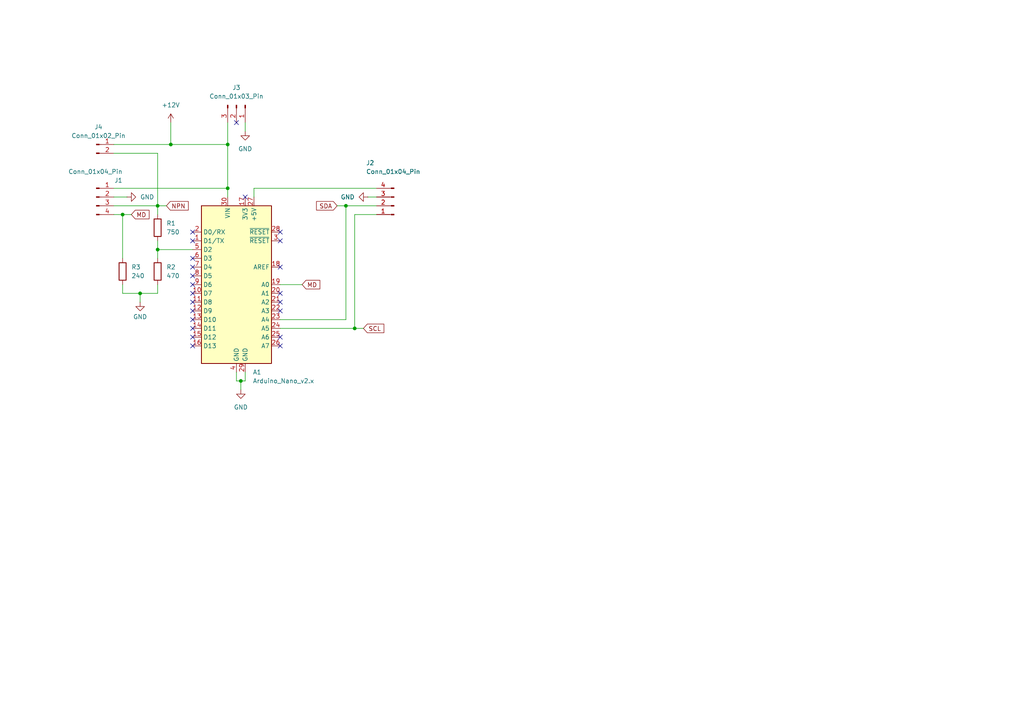
<source format=kicad_sch>
(kicad_sch (version 20231120) (generator "eeschema") (generator_version "8.0")
  (paper "A4")
  (lib_symbols
    (symbol "Connector:Conn_01x02_Pin" (pin_names (offset 1.016) hide)
      (property "Reference" "J" (at 0 2.54 0))
      (property "Value" "Conn_01x02_Pin" (at 0 -5.08 0))
      (symbol "Conn_01x02_Pin_1_1"
        (polyline (pts (xy 1.27 -2.54) (xy 0.8636 -2.54)) (stroke (width 0.1524)))
        (polyline (pts (xy 1.27 0) (xy 0.8636 0)) (stroke (width 0.1524)))
        (rectangle (start 0.8636 -2.413) (end 0 -2.667) (stroke (width 0.1524)) (fill (type outline)))
        (rectangle (start 0.8636 0.127) (end 0 -0.127) (stroke (width 0.1524)) (fill (type outline)))
        (pin passive line (at 5.08 0 180) (length 3.81) (name "Pin_1") (number "1"))
        (pin passive line (at 5.08 -2.54 180) (length 3.81) (name "Pin_2") (number "2"))
      )
    )
    (symbol "Connector:Conn_01x03_Pin" (pin_names (offset 1.016) hide)
      (property "Reference" "J" (at 0 5.08 0))
      (property "Value" "Conn_01x03_Pin" (at 0 -5.08 0))
      (symbol "Conn_01x03_Pin_1_1"
        (polyline (pts (xy 1.27 -2.54) (xy 0.8636 -2.54)) (stroke (width 0.1524)))
        (polyline (pts (xy 1.27 0) (xy 0.8636 0)) (stroke (width 0.1524)))
        (polyline (pts (xy 1.27 2.54) (xy 0.8636 2.54)) (stroke (width 0.1524)))
        (rectangle (start 0.8636 -2.413) (end 0 -2.667) (stroke (width 0.1524)) (fill (type outline)))
        (rectangle (start 0.8636 0.127) (end 0 -0.127) (stroke (width 0.1524)) (fill (type outline)))
        (rectangle (start 0.8636 2.667) (end 0 2.413) (stroke (width 0.1524)) (fill (type outline)))
        (pin passive line (at 5.08 2.54 180) (length 3.81) (name "Pin_1") (number "1"))
        (pin passive line (at 5.08 0 180) (length 3.81) (name "Pin_2") (number "2"))
        (pin passive line (at 5.08 -2.54 180) (length 3.81) (name "Pin_3") (number "3"))
      )
    )
    (symbol "Connector:Conn_01x04_Pin" (pin_names (offset 1.016) hide)
      (property "Reference" "J" (at 0 5.08 0))
      (property "Value" "Conn_01x04_Pin" (at 0 -7.62 0))
      (symbol "Conn_01x04_Pin_1_1"
        (polyline (pts (xy 1.27 -5.08) (xy 0.8636 -5.08)) (stroke (width 0.1524)))
        (polyline (pts (xy 1.27 -2.54) (xy 0.8636 -2.54)) (stroke (width 0.1524)))
        (polyline (pts (xy 1.27 0) (xy 0.8636 0)) (stroke (width 0.1524)))
        (polyline (pts (xy 1.27 2.54) (xy 0.8636 2.54)) (stroke (width 0.1524)))
        (rectangle (start 0.8636 -4.953) (end 0 -5.207) (stroke (width 0.1524)) (fill (type outline)))
        (rectangle (start 0.8636 -2.413) (end 0 -2.667) (stroke (width 0.1524)) (fill (type outline)))
        (rectangle (start 0.8636 0.127) (end 0 -0.127) (stroke (width 0.1524)) (fill (type outline)))
        (rectangle (start 0.8636 2.667) (end 0 2.413) (stroke (width 0.1524)) (fill (type outline)))
        (pin passive line (at 5.08 2.54 180) (length 3.81) (name "Pin_1") (number "1"))
        (pin passive line (at 5.08 0 180) (length 3.81) (name "Pin_2") (number "2"))
        (pin passive line (at 5.08 -2.54 180) (length 3.81) (name "Pin_3") (number "3"))
        (pin passive line (at 5.08 -5.08 180) (length 3.81) (name "Pin_4") (number "4"))
      )
    )
    (symbol "Device:R" (pin_numbers hide) (pin_names (offset 0))
      (property "Reference" "R" (at 2.032 0 90))
      (property "Value" "R" (at 0 0 90))
      (symbol "R_0_1"
        (rectangle (start -1.016 -2.54) (end 1.016 2.54) (stroke (width 0.254)))
      )
      (symbol "R_1_1"
        (pin passive line (at 0 3.81 270) (length 1.27) (name "~") (number "1"))
        (pin passive line (at 0 -3.81 90) (length 1.27) (name "~") (number "2"))
      )
    )
    (symbol "MCU_Module:Arduino_Nano_v2.x"
      (property "Reference" "A" (at -10.16 23.495 0))
      (property "Value" "Arduino_Nano_v2.x" (at 5.08 -24.13 0))
      (symbol "Arduino_Nano_v2.x_0_1"
        (rectangle (start -10.16 22.86) (end 10.16 -22.86) (stroke (width 0.254)) (fill (type background)))
      )
      (symbol "Arduino_Nano_v2.x_1_1"
        (pin bidirectional line (at -12.7 12.7 0) (length 2.54) (name "D1/TX") (number "1"))
        (pin bidirectional line (at -12.7 -2.54 0) (length 2.54) (name "D7") (number "10"))
        (pin bidirectional line (at -12.7 -5.08 0) (length 2.54) (name "D8") (number "11"))
        (pin bidirectional line (at -12.7 -7.62 0) (length 2.54) (name "D9") (number "12"))
        (pin bidirectional line (at -12.7 -10.16 0) (length 2.54) (name "D10") (number "13"))
        (pin bidirectional line (at -12.7 -12.7 0) (length 2.54) (name "D11") (number "14"))
        (pin bidirectional line (at -12.7 -15.24 0) (length 2.54) (name "D12") (number "15"))
        (pin bidirectional line (at -12.7 -17.78 0) (length 2.54) (name "D13") (number "16"))
        (pin power_out line (at 2.54 25.4 270) (length 2.54) (name "3V3") (number "17"))
        (pin input line (at 12.7 5.08 180) (length 2.54) (name "AREF") (number "18"))
        (pin bidirectional line (at 12.7 0 180) (length 2.54) (name "A0") (number "19"))
        (pin bidirectional line (at -12.7 15.24 0) (length 2.54) (name "D0/RX") (number "2"))
        (pin bidirectional line (at 12.7 -2.54 180) (length 2.54) (name "A1") (number "20"))
        (pin bidirectional line (at 12.7 -5.08 180) (length 2.54) (name "A2") (number "21"))
        (pin bidirectional line (at 12.7 -7.62 180) (length 2.54) (name "A3") (number "22"))
        (pin bidirectional line (at 12.7 -10.16 180) (length 2.54) (name "A4") (number "23"))
        (pin bidirectional line (at 12.7 -12.7 180) (length 2.54) (name "A5") (number "24"))
        (pin bidirectional line (at 12.7 -15.24 180) (length 2.54) (name "A6") (number "25"))
        (pin bidirectional line (at 12.7 -17.78 180) (length 2.54) (name "A7") (number "26"))
        (pin power_out line (at 5.08 25.4 270) (length 2.54) (name "+5V") (number "27"))
        (pin input line (at 12.7 15.24 180) (length 2.54) (name "~{RESET}") (number "28"))
        (pin power_in line (at 2.54 -25.4 90) (length 2.54) (name "GND") (number "29"))
        (pin input line (at 12.7 12.7 180) (length 2.54) (name "~{RESET}") (number "3"))
        (pin power_in line (at -2.54 25.4 270) (length 2.54) (name "VIN") (number "30"))
        (pin power_in line (at 0 -25.4 90) (length 2.54) (name "GND") (number "4"))
        (pin bidirectional line (at -12.7 10.16 0) (length 2.54) (name "D2") (number "5"))
        (pin bidirectional line (at -12.7 7.62 0) (length 2.54) (name "D3") (number "6"))
        (pin bidirectional line (at -12.7 5.08 0) (length 2.54) (name "D4") (number "7"))
        (pin bidirectional line (at -12.7 2.54 0) (length 2.54) (name "D5") (number "8"))
        (pin bidirectional line (at -12.7 0 0) (length 2.54) (name "D6") (number "9"))
      )
    )
    (symbol "power:+12V" (power) (pin_numbers hide) (pin_names (offset 0) hide)
      (property "Value" "+12V" (at 0 3.556 0))
      (symbol "+12V_0_1"
        (polyline (pts (xy -0.762 1.27) (xy 0 2.54)))
        (polyline (pts (xy 0 0) (xy 0 2.54)))
        (polyline (pts (xy 0 2.54) (xy 0.762 1.27)))
      )
      (symbol "+12V_1_1"
        (pin power_in line (at 0 0 90) (length 0) (name "~") (number "1"))
      )
    )
    (symbol "power:GND" (power) (pin_numbers hide) (pin_names (offset 0) hide)
      (property "Value" "GND" (at 0 -3.81 0))
      (symbol "GND_0_1"
        (polyline (pts (xy 0 0) (xy 0 -1.27) (xy 1.27 -1.27) (xy 0 -2.54) (xy -1.27 -1.27) (xy 0 -1.27)))
      )
      (symbol "GND_1_1"
        (pin power_in line (at 0 0 270) (length 0) (name "~") (number "1"))
      )
    )
  )
  (junction (at 49.53 41.91))
  (junction (at 102.87 95.25))
  (junction (at 45.72 72.39))
  (junction (at 69.85 110.49))
  (junction (at 100.33 59.69))
  (junction (at 66.04 41.91))
  (junction (at 35.56 62.23))
  (junction (at 45.72 59.69))
  (junction (at 66.04 54.61))
  (junction (at 40.64 85.09))
  (no_connect (at 55.88 80.01))
  (no_connect (at 68.58 35.56))
  (no_connect (at 81.28 90.17))
  (no_connect (at 55.88 77.47))
  (no_connect (at 55.88 87.63))
  (no_connect (at 81.28 100.33))
  (no_connect (at 55.88 95.25))
  (no_connect (at 55.88 90.17))
  (no_connect (at 55.88 74.93))
  (no_connect (at 55.88 85.09))
  (no_connect (at 81.28 77.47))
  (no_connect (at 81.28 87.63))
  (no_connect (at 55.88 92.71))
  (no_connect (at 71.12 57.15))
  (no_connect (at 55.88 97.79))
  (no_connect (at 55.88 100.33))
  (no_connect (at 55.88 82.55))
  (no_connect (at 81.28 67.31))
  (no_connect (at 55.88 69.85))
  (no_connect (at 55.88 67.31))
  (no_connect (at 81.28 85.09))
  (no_connect (at 81.28 97.79))
  (no_connect (at 81.28 69.85))
  (wire (pts (xy 33.02 62.23) (xy 35.56 62.23)))
  (wire (pts (xy 40.64 85.09) (xy 40.64 87.63)))
  (wire (pts (xy 102.87 95.25) (xy 105.41 95.25)))
  (wire (pts (xy 45.72 69.85) (xy 45.72 72.39)))
  (wire (pts (xy 40.64 85.09) (xy 35.56 85.09)))
  (wire (pts (xy 45.72 62.23) (xy 45.72 59.69)))
  (wire (pts (xy 68.58 107.95) (xy 68.58 110.49)))
  (wire (pts (xy 33.02 57.15) (xy 36.83 57.15)))
  (wire (pts (xy 45.72 44.45) (xy 45.72 59.69)))
  (wire (pts (xy 35.56 85.09) (xy 35.56 82.55)))
  (wire (pts (xy 45.72 72.39) (xy 45.72 74.93)))
  (wire (pts (xy 66.04 41.91) (xy 66.04 54.61)))
  (wire (pts (xy 81.28 82.55) (xy 87.63 82.55)))
  (wire (pts (xy 68.58 110.49) (xy 69.85 110.49)))
  (wire (pts (xy 35.56 62.23) (xy 38.1 62.23)))
  (wire (pts (xy 45.72 59.69) (xy 48.26 59.69)))
  (wire (pts (xy 66.04 35.56) (xy 66.04 41.91)))
  (wire (pts (xy 49.53 41.91) (xy 66.04 41.91)))
  (wire (pts (xy 100.33 59.69) (xy 109.22 59.69)))
  (wire (pts (xy 49.53 35.56) (xy 49.53 41.91)))
  (wire (pts (xy 73.66 54.61) (xy 109.22 54.61)))
  (wire (pts (xy 35.56 62.23) (xy 35.56 74.93)))
  (wire (pts (xy 45.72 59.69) (xy 33.02 59.69)))
  (wire (pts (xy 71.12 107.95) (xy 71.12 110.49)))
  (wire (pts (xy 106.68 57.15) (xy 109.22 57.15)))
  (wire (pts (xy 45.72 85.09) (xy 40.64 85.09)))
  (wire (pts (xy 33.02 41.91) (xy 49.53 41.91)))
  (wire (pts (xy 102.87 62.23) (xy 102.87 95.25)))
  (wire (pts (xy 100.33 59.69) (xy 100.33 92.71)))
  (wire (pts (xy 81.28 95.25) (xy 102.87 95.25)))
  (wire (pts (xy 73.66 57.15) (xy 73.66 54.61)))
  (wire (pts (xy 69.85 110.49) (xy 71.12 110.49)))
  (wire (pts (xy 33.02 54.61) (xy 66.04 54.61)))
  (wire (pts (xy 45.72 82.55) (xy 45.72 85.09)))
  (wire (pts (xy 66.04 54.61) (xy 66.04 57.15)))
  (wire (pts (xy 71.12 35.56) (xy 71.12 38.1)))
  (wire (pts (xy 109.22 62.23) (xy 102.87 62.23)))
  (wire (pts (xy 97.79 59.69) (xy 100.33 59.69)))
  (wire (pts (xy 81.28 92.71) (xy 100.33 92.71)))
  (wire (pts (xy 45.72 72.39) (xy 55.88 72.39)))
  (wire (pts (xy 33.02 44.45) (xy 45.72 44.45)))
  (wire (pts (xy 69.85 110.49) (xy 69.85 113.03)))
  (global_label "SDA" (shape input) (at 97.79 59.69 180) (property "Intersheetrefs" "${INTERSHEET_REFS}" (effects (hide yes))))
  (global_label "MD" (shape input) (at 38.1 62.23 0) (property "Intersheetrefs" "${INTERSHEET_REFS}" (effects (hide yes))))
  (global_label "MD" (shape input) (at 87.63 82.55 0) (property "Intersheetrefs" "${INTERSHEET_REFS}" (effects (hide yes))))
  (global_label "SCL" (shape input) (at 105.41 95.25 0) (property "Intersheetrefs" "${INTERSHEET_REFS}" (effects (hide yes))))
  (global_label "NPN" (shape input) (at 48.26 59.69 0) (property "Intersheetrefs" "${INTERSHEET_REFS}" (effects (hide yes))))
  (symbol (lib_id "Connector:Conn_01x02_Pin") (at 27.94 41.91 0) (unit 1)
    (property "Reference" "J4" (at 28.575 36.83 0))
    (property "Value" "Conn_01x02_Pin" (at 28.575 39.37 0))
    (property "Description" "Generic connector, single row, 01x02, script generated" (effects (hide yes)))
  )
  (symbol (lib_id "Device:R") (at 45.72 78.74 180) (unit 1)
    (property "Reference" "R2" (at 48.26 77.4699 0) (effects (justify right)))
    (property "Value" "470" (at 48.26 80.0099 0) (effects (justify right)))
    (property "Description" "Resistor" (effects (hide yes)))
  )
  (symbol (lib_id "Device:R") (at 35.56 78.74 0) (unit 1)
    (property "Reference" "R3" (at 38.1 77.4699 0) (effects (justify left)))
    (property "Value" "240" (at 38.1 80.0099 0) (effects (justify left)))
    (property "Description" "Resistor" (effects (hide yes)))
  )
  (symbol (lib_id "power:GND") (at 106.68 57.15 270) (unit 1)
    (property "Reference" "#PWR05" (effects (hide yes)))
    (property "Value" "GND" (at 102.87 57.1499 90) (effects (justify right)))
    (property "Description" "Power symbol creates a global label with name \"GND\" , ground" (effects (hide yes)))
  )
  (symbol (lib_id "power:GND") (at 36.83 57.15 90) (unit 1)
    (property "Reference" "#PWR03" (effects (hide yes)))
    (property "Value" "GND" (at 40.64 57.1499 90) (effects (justify right)))
    (property "Description" "Power symbol creates a global label with name \"GND\" , ground" (effects (hide yes)))
  )
  (symbol (lib_id "MCU_Module:Arduino_Nano_v2.x") (at 68.58 82.55 0) (unit 1)
    (property "Reference" "A1" (at 73.3141 107.95 0) (effects (justify left)))
    (property "Value" "Arduino_Nano_v2.x" (at 73.3141 110.49 0) (effects (justify left)))
    (property "Footprint" "Module:Arduino_Nano" (effects (hide yes)))
    (property "Datasheet" "https://www.arduino.cc/en/uploads/Main/ArduinoNanoManual23.pdf" (effects (hide yes)))
    (property "Description" "Arduino Nano v2.x" (effects (hide yes)))
  )
  (symbol (lib_id "power:GND") (at 69.85 113.03 0) (unit 1)
    (property "Reference" "#PWR02" (effects (hide yes)))
    (property "Value" "GND" (at 69.85 118.11 0))
    (property "Description" "Power symbol creates a global label with name \"GND\" , ground" (effects (hide yes)))
  )
  (symbol (lib_id "power:+12V") (at 49.53 35.56 0) (unit 1)
    (property "Reference" "#PWR01" (effects (hide yes)))
    (property "Value" "+12V" (at 49.53 30.48 0))
    (property "Description" "Power symbol creates a global label with name \"+12V\"" (effects (hide yes)))
  )
  (symbol (lib_id "Connector:Conn_01x03_Pin") (at 68.58 30.48 270) (unit 1)
    (property "Reference" "J3" (at 68.58 25.4 90))
    (property "Value" "Conn_01x03_Pin" (at 68.58 27.94 90))
    (property "Description" "Generic connector, single row, 01x03, script generated" (effects (hide yes)))
  )
  (symbol (lib_id "power:GND") (at 40.64 87.63 0) (unit 1)
    (property "Reference" "#PWR04" (effects (hide yes)))
    (property "Value" "GND" (at 40.64 91.8981 0))
    (property "Description" "Power symbol creates a global label with name \"GND\" , ground" (effects (hide yes)))
  )
  (symbol (lib_id "Device:R") (at 45.72 66.04 0) (unit 1)
    (property "Reference" "R1" (at 48.26 64.7699 0) (effects (justify left)))
    (property "Value" "750" (at 48.26 67.3099 0) (effects (justify left)))
    (property "Description" "Resistor" (effects (hide yes)))
  )
  (symbol (lib_id "Connector:Conn_01x04_Pin") (at 114.3 59.69 180) (unit 1)
    (property "Reference" "J2" (at 106.172 47.244 0) (effects (justify right)))
    (property "Value" "Conn_01x04_Pin" (at 106.172 49.784 0) (effects (justify right)))
    (property "Description" "Generic connector, single row, 01x04, script generated" (effects (hide yes)))
  )
  (symbol (lib_id "Connector:Conn_01x04_Pin") (at 27.94 57.15 0) (unit 1)
    (property "Reference" "J1" (at 35.56 52.324 0) (effects (justify right)))
    (property "Value" "Conn_01x04_Pin" (at 35.56 49.784 0) (effects (justify right)))
    (property "Description" "Generic connector, single row, 01x04, script generated" (effects (hide yes)))
  )
  (symbol (lib_id "power:GND") (at 71.12 38.1 0) (unit 1)
    (property "Reference" "#PWR06" (effects (hide yes)))
    (property "Value" "GND" (at 71.12 43.18 0))
    (property "Description" "Power symbol creates a global label with name \"GND\" , ground" (effects (hide yes)))
  )
)
</source>
